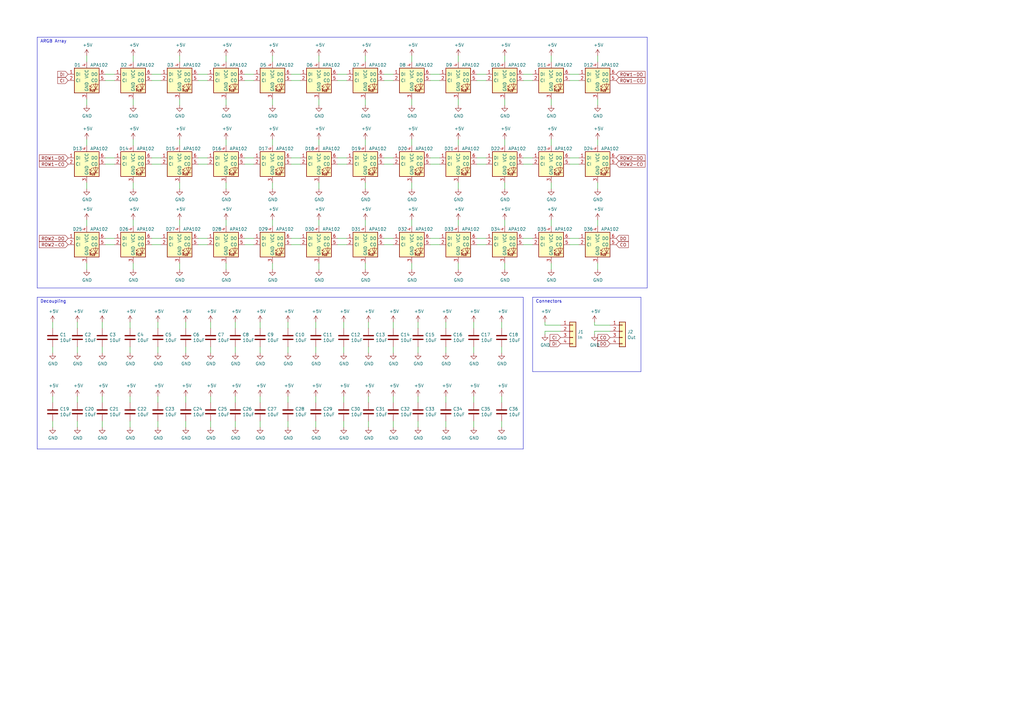
<source format=kicad_sch>
(kicad_sch (version 20230121) (generator eeschema)
  (paper "A3")
  (wire (pts (xy 35.56 40.64) (xy 35.56 43.18)))
  (wire (pts (xy 43.18 30.48) (xy 46.99 30.48)))
  (wire (pts (xy 195.58 64.77) (xy 199.39 64.77)))
  (wire (pts (xy 100.33 33.02) (xy 104.14 33.02)))
  (wire (pts (xy 76.2 162.56) (xy 76.2 165.1)))
  (wire (pts (xy 233.68 33.02) (xy 237.49 33.02)))
  (wire (pts (xy 111.76 22.86) (xy 111.76 25.4)))
  (wire (pts (xy 214.63 33.02) (xy 218.44 33.02)))
  (wire (pts (xy 195.58 67.31) (xy 199.39 67.31)))
  (wire (pts (xy 187.96 107.95) (xy 187.96 110.49)))
  (wire (pts (xy 233.68 30.48) (xy 237.49 30.48)))
  (wire (pts (xy 157.48 100.33) (xy 161.29 100.33)))
  (wire (pts (xy 31.75 162.56) (xy 31.75 165.1)))
  (wire (pts (xy 21.59 172.72) (xy 21.59 175.26)))
  (wire (pts (xy 168.91 25.4) (xy 168.91 22.86)))
  (wire (pts (xy 43.18 64.77) (xy 46.99 64.77)))
  (wire (pts (xy 92.71 74.93) (xy 92.71 77.47)))
  (wire (pts (xy 62.23 97.79) (xy 66.04 97.79)))
  (polyline (pts (xy 218.44 121.92) (xy 262.89 121.92)))
  (wire (pts (xy 130.81 110.49) (xy 130.81 107.95)))
  (wire (pts (xy 81.28 64.77) (xy 85.09 64.77)))
  (wire (pts (xy 53.34 142.24) (xy 53.34 144.78)))
  (wire (pts (xy 207.01 25.4) (xy 207.01 22.86)))
  (wire (pts (xy 157.48 33.02) (xy 161.29 33.02)))
  (wire (pts (xy 62.23 30.48) (xy 66.04 30.48)))
  (wire (pts (xy 138.43 30.48) (xy 142.24 30.48)))
  (wire (pts (xy 118.11 172.72) (xy 118.11 175.26)))
  (wire (pts (xy 207.01 74.93) (xy 207.01 77.47)))
  (wire (pts (xy 214.63 67.31) (xy 218.44 67.31)))
  (wire (pts (xy 76.2 142.24) (xy 76.2 144.78)))
  (wire (pts (xy 35.56 74.93) (xy 35.56 77.47)))
  (wire (pts (xy 31.75 142.24) (xy 31.75 144.78)))
  (wire (pts (xy 226.06 57.15) (xy 226.06 59.69)))
  (wire (pts (xy 171.45 134.62) (xy 171.45 132.08)))
  (wire (pts (xy 161.29 142.24) (xy 161.29 144.78)))
  (wire (pts (xy 43.18 97.79) (xy 46.99 97.79)))
  (wire (pts (xy 140.97 172.72) (xy 140.97 175.26)))
  (wire (pts (xy 168.91 107.95) (xy 168.91 110.49)))
  (wire (pts (xy 73.66 40.64) (xy 73.66 43.18)))
  (wire (pts (xy 54.61 25.4) (xy 54.61 22.86)))
  (wire (pts (xy 130.81 59.69) (xy 130.81 57.15)))
  (wire (pts (xy 149.86 22.86) (xy 149.86 25.4)))
  (wire (pts (xy 53.34 162.56) (xy 53.34 165.1)))
  (wire (pts (xy 182.88 162.56) (xy 182.88 165.1)))
  (wire (pts (xy 106.68 142.24) (xy 106.68 144.78)))
  (wire (pts (xy 100.33 67.31) (xy 104.14 67.31)))
  (wire (pts (xy 245.11 59.69) (xy 245.11 57.15)))
  (polyline (pts (xy 218.44 152.4) (xy 218.44 121.92)))
  (wire (pts (xy 151.13 162.56) (xy 151.13 165.1)))
  (wire (pts (xy 118.11 132.08) (xy 118.11 134.62)))
  (polyline (pts (xy 15.24 184.15) (xy 15.24 121.92)))
  (wire (pts (xy 226.06 74.93) (xy 226.06 77.47)))
  (wire (pts (xy 226.06 40.64) (xy 226.06 43.18)))
  (wire (pts (xy 245.11 77.47) (xy 245.11 74.93)))
  (wire (pts (xy 106.68 165.1) (xy 106.68 162.56)))
  (wire (pts (xy 43.18 33.02) (xy 46.99 33.02)))
  (wire (pts (xy 96.52 172.72) (xy 96.52 175.26)))
  (wire (pts (xy 111.76 90.17) (xy 111.76 92.71)))
  (wire (pts (xy 54.61 92.71) (xy 54.61 90.17)))
  (wire (pts (xy 171.45 142.24) (xy 171.45 144.78)))
  (wire (pts (xy 111.76 57.15) (xy 111.76 59.69)))
  (wire (pts (xy 176.53 64.77) (xy 180.34 64.77)))
  (wire (pts (xy 187.96 40.64) (xy 187.96 43.18)))
  (wire (pts (xy 35.56 22.86) (xy 35.56 25.4)))
  (wire (pts (xy 130.81 25.4) (xy 130.81 22.86)))
  (wire (pts (xy 81.28 97.79) (xy 85.09 97.79)))
  (wire (pts (xy 187.96 57.15) (xy 187.96 59.69)))
  (wire (pts (xy 96.52 132.08) (xy 96.52 134.62)))
  (wire (pts (xy 214.63 100.33) (xy 218.44 100.33)))
  (wire (pts (xy 223.52 135.89) (xy 223.52 137.16)))
  (wire (pts (xy 138.43 64.77) (xy 142.24 64.77)))
  (wire (pts (xy 205.74 172.72) (xy 205.74 175.26)))
  (wire (pts (xy 35.56 57.15) (xy 35.56 59.69)))
  (wire (pts (xy 194.31 162.56) (xy 194.31 165.1)))
  (wire (pts (xy 21.59 142.24) (xy 21.59 144.78)))
  (wire (pts (xy 226.06 90.17) (xy 226.06 92.71)))
  (wire (pts (xy 187.96 22.86) (xy 187.96 25.4)))
  (wire (pts (xy 149.86 57.15) (xy 149.86 59.69)))
  (wire (pts (xy 149.86 40.64) (xy 149.86 43.18)))
  (wire (pts (xy 86.36 132.08) (xy 86.36 134.62)))
  (wire (pts (xy 207.01 40.64) (xy 207.01 43.18)))
  (wire (pts (xy 157.48 30.48) (xy 161.29 30.48)))
  (wire (pts (xy 106.68 172.72) (xy 106.68 175.26)))
  (wire (pts (xy 245.11 43.18) (xy 245.11 40.64)))
  (wire (pts (xy 119.38 100.33) (xy 123.19 100.33)))
  (wire (pts (xy 245.11 92.71) (xy 245.11 90.17)))
  (wire (pts (xy 62.23 64.77) (xy 66.04 64.77)))
  (wire (pts (xy 138.43 100.33) (xy 142.24 100.33)))
  (wire (pts (xy 64.77 142.24) (xy 64.77 144.78)))
  (wire (pts (xy 243.84 135.89) (xy 243.84 137.16)))
  (wire (pts (xy 86.36 142.24) (xy 86.36 144.78)))
  (wire (pts (xy 81.28 30.48) (xy 85.09 30.48)))
  (wire (pts (xy 245.11 110.49) (xy 245.11 107.95)))
  (wire (pts (xy 214.63 64.77) (xy 218.44 64.77)))
  (wire (pts (xy 151.13 142.24) (xy 151.13 144.78)))
  (wire (pts (xy 73.66 74.93) (xy 73.66 77.47)))
  (wire (pts (xy 43.18 67.31) (xy 46.99 67.31)))
  (wire (pts (xy 195.58 97.79) (xy 199.39 97.79)))
  (wire (pts (xy 81.28 67.31) (xy 85.09 67.31)))
  (wire (pts (xy 187.96 90.17) (xy 187.96 92.71)))
  (wire (pts (xy 149.86 74.93) (xy 149.86 77.47)))
  (wire (pts (xy 64.77 172.72) (xy 64.77 175.26)))
  (wire (pts (xy 73.66 22.86) (xy 73.66 25.4)))
  (wire (pts (xy 205.74 132.08) (xy 205.74 134.62)))
  (polyline (pts (xy 15.24 118.11) (xy 15.24 15.24)))
  (wire (pts (xy 119.38 97.79) (xy 123.19 97.79)))
  (wire (pts (xy 129.54 142.24) (xy 129.54 144.78)))
  (wire (pts (xy 195.58 100.33) (xy 199.39 100.33)))
  (wire (pts (xy 76.2 172.72) (xy 76.2 175.26)))
  (wire (pts (xy 119.38 64.77) (xy 123.19 64.77)))
  (wire (pts (xy 31.75 132.08) (xy 31.75 134.62)))
  (wire (pts (xy 207.01 107.95) (xy 207.01 110.49)))
  (wire (pts (xy 92.71 40.64) (xy 92.71 43.18)))
  (wire (pts (xy 171.45 172.72) (xy 171.45 175.26)))
  (wire (pts (xy 157.48 67.31) (xy 161.29 67.31)))
  (wire (pts (xy 187.96 74.93) (xy 187.96 77.47)))
  (wire (pts (xy 140.97 142.24) (xy 140.97 144.78)))
  (wire (pts (xy 62.23 33.02) (xy 66.04 33.02)))
  (wire (pts (xy 96.52 162.56) (xy 96.52 165.1)))
  (wire (pts (xy 62.23 67.31) (xy 66.04 67.31)))
  (wire (pts (xy 100.33 100.33) (xy 104.14 100.33)))
  (wire (pts (xy 176.53 33.02) (xy 180.34 33.02)))
  (wire (pts (xy 176.53 97.79) (xy 180.34 97.79)))
  (polyline (pts (xy 265.43 118.11) (xy 15.24 118.11)))
  (polyline (pts (xy 214.63 184.15) (xy 15.24 184.15)))
  (wire (pts (xy 226.06 22.86) (xy 226.06 25.4)))
  (wire (pts (xy 161.29 132.08) (xy 161.29 134.62)))
  (wire (pts (xy 207.01 59.69) (xy 207.01 57.15)))
  (wire (pts (xy 157.48 64.77) (xy 161.29 64.77)))
  (wire (pts (xy 73.66 57.15) (xy 73.66 59.69)))
  (wire (pts (xy 168.91 40.64) (xy 168.91 43.18)))
  (wire (pts (xy 81.28 100.33) (xy 85.09 100.33)))
  (wire (pts (xy 111.76 74.93) (xy 111.76 77.47)))
  (wire (pts (xy 118.11 162.56) (xy 118.11 165.1)))
  (wire (pts (xy 86.36 162.56) (xy 86.36 165.1)))
  (wire (pts (xy 151.13 132.08) (xy 151.13 134.62)))
  (wire (pts (xy 92.71 25.4) (xy 92.71 22.86)))
  (polyline (pts (xy 15.24 121.92) (xy 214.63 121.92)))
  (wire (pts (xy 161.29 172.72) (xy 161.29 175.26)))
  (wire (pts (xy 140.97 132.08) (xy 140.97 134.62)))
  (wire (pts (xy 223.52 133.35) (xy 223.52 132.08)))
  (wire (pts (xy 233.68 97.79) (xy 237.49 97.79)))
  (wire (pts (xy 138.43 67.31) (xy 142.24 67.31)))
  (wire (pts (xy 119.38 30.48) (xy 123.19 30.48)))
  (wire (pts (xy 130.81 43.18) (xy 130.81 40.64)))
  (wire (pts (xy 111.76 107.95) (xy 111.76 110.49)))
  (wire (pts (xy 96.52 142.24) (xy 96.52 144.78)))
  (wire (pts (xy 43.18 100.33) (xy 46.99 100.33)))
  (wire (pts (xy 35.56 107.95) (xy 35.56 110.49)))
  (wire (pts (xy 245.11 25.4) (xy 245.11 22.86)))
  (polyline (pts (xy 214.63 121.92) (xy 214.63 184.15)))
  (wire (pts (xy 194.31 132.08) (xy 194.31 134.62)))
  (wire (pts (xy 138.43 97.79) (xy 142.24 97.79)))
  (wire (pts (xy 92.71 59.69) (xy 92.71 57.15)))
  (wire (pts (xy 81.28 33.02) (xy 85.09 33.02)))
  (wire (pts (xy 130.81 77.47) (xy 130.81 74.93)))
  (wire (pts (xy 41.91 172.72) (xy 41.91 175.26)))
  (wire (pts (xy 53.34 132.08) (xy 53.34 134.62)))
  (wire (pts (xy 157.48 97.79) (xy 161.29 97.79)))
  (wire (pts (xy 130.81 92.71) (xy 130.81 90.17)))
  (wire (pts (xy 73.66 107.95) (xy 73.66 110.49)))
  (wire (pts (xy 41.91 134.62) (xy 41.91 132.08)))
  (polyline (pts (xy 262.89 152.4) (xy 218.44 152.4)))
  (wire (pts (xy 73.66 90.17) (xy 73.66 92.71)))
  (wire (pts (xy 229.87 135.89) (xy 223.52 135.89)))
  (wire (pts (xy 129.54 172.72) (xy 129.54 175.26)))
  (wire (pts (xy 182.88 132.08) (xy 182.88 134.62)))
  (wire (pts (xy 161.29 162.56) (xy 161.29 165.1)))
  (wire (pts (xy 54.61 59.69) (xy 54.61 57.15)))
  (wire (pts (xy 31.75 172.72) (xy 31.75 175.26)))
  (wire (pts (xy 205.74 162.56) (xy 205.74 165.1)))
  (wire (pts (xy 76.2 132.08) (xy 76.2 134.62)))
  (polyline (pts (xy 265.43 15.24) (xy 265.43 118.11)))
  (wire (pts (xy 182.88 172.72) (xy 182.88 175.26)))
  (wire (pts (xy 250.19 135.89) (xy 243.84 135.89)))
  (wire (pts (xy 92.71 92.71) (xy 92.71 90.17)))
  (wire (pts (xy 41.91 165.1) (xy 41.91 162.56)))
  (wire (pts (xy 243.84 133.35) (xy 243.84 132.08)))
  (wire (pts (xy 226.06 107.95) (xy 226.06 110.49)))
  (wire (pts (xy 168.91 59.69) (xy 168.91 57.15)))
  (wire (pts (xy 138.43 33.02) (xy 142.24 33.02)))
  (wire (pts (xy 233.68 64.77) (xy 237.49 64.77)))
  (polyline (pts (xy 15.24 15.24) (xy 265.43 15.24)))
  (wire (pts (xy 168.91 92.71) (xy 168.91 90.17)))
  (wire (pts (xy 54.61 40.64) (xy 54.61 43.18)))
  (wire (pts (xy 250.19 133.35) (xy 243.84 133.35)))
  (wire (pts (xy 151.13 172.72) (xy 151.13 175.26)))
  (wire (pts (xy 182.88 142.24) (xy 182.88 144.78)))
  (wire (pts (xy 194.31 142.24) (xy 194.31 144.78)))
  (wire (pts (xy 140.97 162.56) (xy 140.97 165.1)))
  (wire (pts (xy 100.33 97.79) (xy 104.14 97.79)))
  (wire (pts (xy 214.63 97.79) (xy 218.44 97.79)))
  (wire (pts (xy 53.34 172.72) (xy 53.34 175.26)))
  (wire (pts (xy 100.33 30.48) (xy 104.14 30.48)))
  (wire (pts (xy 229.87 133.35) (xy 223.52 133.35)))
  (wire (pts (xy 176.53 30.48) (xy 180.34 30.48)))
  (wire (pts (xy 92.71 107.95) (xy 92.71 110.49)))
  (wire (pts (xy 207.01 92.71) (xy 207.01 90.17)))
  (wire (pts (xy 214.63 30.48) (xy 218.44 30.48)))
  (wire (pts (xy 54.61 74.93) (xy 54.61 77.47)))
  (wire (pts (xy 176.53 67.31) (xy 180.34 67.31)))
  (wire (pts (xy 149.86 90.17) (xy 149.86 92.71)))
  (wire (pts (xy 54.61 107.95) (xy 54.61 110.49)))
  (wire (pts (xy 86.36 172.72) (xy 86.36 175.26)))
  (wire (pts (xy 119.38 67.31) (xy 123.19 67.31)))
  (wire (pts (xy 233.68 100.33) (xy 237.49 100.33)))
  (wire (pts (xy 195.58 33.02) (xy 199.39 33.02)))
  (wire (pts (xy 129.54 162.56) (xy 129.54 165.1)))
  (wire (pts (xy 176.53 100.33) (xy 180.34 100.33)))
  (wire (pts (xy 21.59 162.56) (xy 21.59 165.1)))
  (wire (pts (xy 171.45 165.1) (xy 171.45 162.56)))
  (wire (pts (xy 41.91 142.24) (xy 41.91 144.78)))
  (wire (pts (xy 119.38 33.02) (xy 123.19 33.02)))
  (wire (pts (xy 233.68 67.31) (xy 237.49 67.31)))
  (wire (pts (xy 149.86 107.95) (xy 149.86 110.49)))
  (wire (pts (xy 64.77 132.08) (xy 64.77 134.62)))
  (wire (pts (xy 129.54 132.08) (xy 129.54 134.62)))
  (wire (pts (xy 100.33 64.77) (xy 104.14 64.77)))
  (wire (pts (xy 195.58 30.48) (xy 199.39 30.48)))
  (wire (pts (xy 111.76 40.64) (xy 111.76 43.18)))
  (polyline (pts (xy 262.89 121.92) (xy 262.89 152.4)))
  (wire (pts (xy 64.77 162.56) (xy 64.77 165.1)))
  (wire (pts (xy 106.68 134.62) (xy 106.68 132.08)))
  (wire (pts (xy 35.56 90.17) (xy 35.56 92.71)))
  (wire (pts (xy 205.74 142.24) (xy 205.74 144.78)))
  (wire (pts (xy 118.11 142.24) (xy 118.11 144.78)))
  (wire (pts (xy 21.59 132.08) (xy 21.59 134.62)))
  (wire (pts (xy 168.91 74.93) (xy 168.91 77.47)))
  (wire (pts (xy 194.31 172.72) (xy 194.31 175.26)))
  (wire (pts (xy 62.23 100.33) (xy 66.04 100.33)))
  (text "Connectors" (at 219.71 124.46 0) (effects (font (size 1.27 1.27)) (justify left bottom)))
  (text "ARGB Array" (at 16.51 17.78 0) (effects (font (size 1.27 1.27)) (justify left bottom)))
  (text "Decoupling" (at 16.51 124.46 0) (effects (font (size 1.27 1.27)) (justify left bottom)))
  (global_label "DO" (shape input) (at 250.19 140.97 180) (property "Intersheetrefs" "${INTERSHEET_REFS}" (effects hide)))
  (global_label "DI" (shape input) (at 229.87 140.97 180) (property "Intersheetrefs" "${INTERSHEET_REFS}" (effects hide)))
  (global_label "ROW1-DO" (shape input) (at 27.94 64.77 180) (property "Intersheetrefs" "${INTERSHEET_REFS}" (effects hide)))
  (global_label "ROW2-DO" (shape input) (at 27.94 97.79 180) (property "Intersheetrefs" "${INTERSHEET_REFS}" (effects hide)))
  (global_label "CI" (shape input) (at 27.94 33.02 180) (property "Intersheetrefs" "${INTERSHEET_REFS}" (effects hide)))
  (global_label "CO" (shape input) (at 252.73 100.33 0) (property "Intersheetrefs" "${INTERSHEET_REFS}" (effects hide)))
  (global_label "ROW1-DO" (shape input) (at 252.73 30.48 0) (property "Intersheetrefs" "${INTERSHEET_REFS}" (effects hide)))
  (global_label "ROW2-DO" (shape input) (at 252.73 64.77 0) (property "Intersheetrefs" "${INTERSHEET_REFS}" (effects hide)))
  (global_label "ROW1-CO" (shape input) (at 27.94 67.31 180) (property "Intersheetrefs" "${INTERSHEET_REFS}" (effects hide)))
  (global_label "CO" (shape input) (at 250.19 138.43 180) (property "Intersheetrefs" "${INTERSHEET_REFS}" (effects hide)))
  (global_label "ROW1-CO" (shape input) (at 252.73 33.02 0) (property "Intersheetrefs" "${INTERSHEET_REFS}" (effects hide)))
  (global_label "CI" (shape input) (at 229.87 138.43 180) (property "Intersheetrefs" "${INTERSHEET_REFS}" (effects hide)))
  (global_label "ROW2-CO" (shape input) (at 252.73 67.31 0) (property "Intersheetrefs" "${INTERSHEET_REFS}" (effects hide)))
  (global_label "DI" (shape input) (at 27.94 30.48 180) (property "Intersheetrefs" "${INTERSHEET_REFS}" (effects hide)))
  (global_label "ROW2-CO" (shape input) (at 27.94 100.33 180) (property "Intersheetrefs" "${INTERSHEET_REFS}" (effects hide)))
  (global_label "DO" (shape input) (at 252.73 97.79 0) (property "Intersheetrefs" "${INTERSHEET_REFS}" (effects hide)))
  (symbol (lib_id "LED:APA102") (at 35.56 33.02 0) (unit 1)
    (property "Reference" "D1" (at 31.75 26.67 0))
    (property "Value" "APA102" (at 40.64 26.67 0))
    (property "Footprint" "LED_SMD:LED_RGB_5050-6" (effects hide))
    (property "Datasheet" "http://www.led-color.com/upload/201506/APA102%20LED.pdf" (effects hide))
  )
  (symbol (lib_id "LED:APA102") (at 54.61 33.02 0) (unit 1)
    (property "Reference" "D2" (at 50.8 26.67 0))
    (property "Value" "APA102" (at 59.69 26.67 0))
    (property "Footprint" "LED_SMD:LED_RGB_5050-6" (effects hide))
    (property "Datasheet" "http://www.led-color.com/upload/201506/APA102%20LED.pdf" (effects hide))
  )
  (symbol (lib_id "LED:APA102") (at 73.66 33.02 0) (unit 1)
    (property "Reference" "D3" (at 69.85 26.67 0))
    (property "Value" "APA102" (at 78.74 26.67 0))
    (property "Footprint" "LED_SMD:LED_RGB_5050-6" (effects hide))
    (property "Datasheet" "http://www.led-color.com/upload/201506/APA102%20LED.pdf" (effects hide))
  )
  (symbol (lib_id "LED:APA102") (at 92.71 33.02 0) (unit 1)
    (property "Reference" "D4" (at 88.9 26.67 0))
    (property "Value" "APA102" (at 97.79 26.67 0))
    (property "Footprint" "LED_SMD:LED_RGB_5050-6" (effects hide))
    (property "Datasheet" "http://www.led-color.com/upload/201506/APA102%20LED.pdf" (effects hide))
  )
  (symbol (lib_id "LED:APA102") (at 111.76 33.02 0) (unit 1)
    (property "Reference" "D5" (at 107.95 26.67 0))
    (property "Value" "APA102" (at 116.84 26.67 0))
    (property "Footprint" "LED_SMD:LED_RGB_5050-6" (effects hide))
    (property "Datasheet" "http://www.led-color.com/upload/201506/APA102%20LED.pdf" (effects hide))
  )
  (symbol (lib_id "LED:APA102") (at 130.81 33.02 0) (unit 1)
    (property "Reference" "D6" (at 127 26.67 0))
    (property "Value" "APA102" (at 135.89 26.67 0))
    (property "Footprint" "LED_SMD:LED_RGB_5050-6" (effects hide))
    (property "Datasheet" "http://www.led-color.com/upload/201506/APA102%20LED.pdf" (effects hide))
  )
  (symbol (lib_id "Device:C") (at 21.59 138.43 0) (unit 1)
    (property "Reference" "C1" (at 24.511 137.2616 0) (effects (justify left)))
    (property "Value" "10uF" (at 24.511 139.573 0) (effects (justify left)))
    (property "Footprint" "Capacitor_SMD:C_0805_2012Metric" (effects hide))
  )
  (symbol (lib_id "Device:C") (at 31.75 138.43 0) (unit 1)
    (property "Reference" "C2" (at 34.671 137.2616 0) (effects (justify left)))
    (property "Value" "10uF" (at 34.671 139.573 0) (effects (justify left)))
    (property "Footprint" "Capacitor_SMD:C_0805_2012Metric" (effects hide))
  )
  (symbol (lib_id "Device:C") (at 41.91 138.43 0) (unit 1)
    (property "Reference" "C3" (at 44.831 137.2616 0) (effects (justify left)))
    (property "Value" "10uF" (at 44.831 139.573 0) (effects (justify left)))
    (property "Footprint" "Capacitor_SMD:C_0805_2012Metric" (effects hide))
  )
  (symbol (lib_id "Device:C") (at 53.34 138.43 0) (unit 1)
    (property "Reference" "C4" (at 56.261 137.2616 0) (effects (justify left)))
    (property "Value" "10uF" (at 56.261 139.573 0) (effects (justify left)))
    (property "Footprint" "Capacitor_SMD:C_0805_2012Metric" (effects hide))
  )
  (symbol (lib_id "Device:C") (at 64.77 138.43 0) (unit 1)
    (property "Reference" "C5" (at 67.691 137.2616 0) (effects (justify left)))
    (property "Value" "10uF" (at 67.691 139.573 0) (effects (justify left)))
    (property "Footprint" "Capacitor_SMD:C_0805_2012Metric" (effects hide))
  )
  (symbol (lib_id "Device:C") (at 76.2 138.43 0) (unit 1)
    (property "Reference" "C6" (at 79.121 137.2616 0) (effects (justify left)))
    (property "Value" "10uF" (at 79.121 139.573 0) (effects (justify left)))
    (property "Footprint" "Capacitor_SMD:C_0805_2012Metric" (effects hide))
  )
  (symbol (lib_id "power:GND") (at 21.59 144.78 0) (unit 1)
    (property "Reference" "#PWR095" (effects hide))
    (property "Value" "GND" (at 21.717 149.1742 0))
  )
  (symbol (lib_id "power:GND") (at 31.75 144.78 0) (unit 1)
    (property "Reference" "#PWR096" (effects hide))
    (property "Value" "GND" (at 31.877 149.1742 0))
  )
  (symbol (lib_id "power:GND") (at 41.91 144.78 0) (unit 1)
    (property "Reference" "#PWR097" (effects hide))
    (property "Value" "GND" (at 42.037 149.1742 0))
  )
  (symbol (lib_id "power:GND") (at 53.34 144.78 0) (unit 1)
    (property "Reference" "#PWR098" (effects hide))
    (property "Value" "GND" (at 53.467 149.1742 0))
  )
  (symbol (lib_id "power:GND") (at 64.77 144.78 0) (unit 1)
    (property "Reference" "#PWR099" (effects hide))
    (property "Value" "GND" (at 64.897 149.1742 0))
  )
  (symbol (lib_id "power:GND") (at 76.2 144.78 0) (unit 1)
    (property "Reference" "#PWR0100" (effects hide))
    (property "Value" "GND" (at 76.327 149.1742 0))
  )
  (symbol (lib_id "power:GND") (at 35.56 43.18 0) (unit 1)
    (property "Reference" "#PWR013" (effects hide))
    (property "Value" "GND" (at 35.687 47.5742 0))
  )
  (symbol (lib_id "power:GND") (at 54.61 43.18 0) (unit 1)
    (property "Reference" "#PWR014" (effects hide))
    (property "Value" "GND" (at 54.737 47.5742 0))
  )
  (symbol (lib_id "power:GND") (at 73.66 43.18 0) (unit 1)
    (property "Reference" "#PWR015" (effects hide))
    (property "Value" "GND" (at 73.787 47.5742 0))
  )
  (symbol (lib_id "power:GND") (at 92.71 43.18 0) (unit 1)
    (property "Reference" "#PWR016" (effects hide))
    (property "Value" "GND" (at 92.837 47.5742 0))
  )
  (symbol (lib_id "power:GND") (at 111.76 43.18 0) (unit 1)
    (property "Reference" "#PWR017" (effects hide))
    (property "Value" "GND" (at 111.887 47.5742 0))
  )
  (symbol (lib_id "power:GND") (at 130.81 43.18 0) (unit 1)
    (property "Reference" "#PWR018" (effects hide))
    (property "Value" "GND" (at 130.937 47.5742 0))
  )
  (symbol (lib_id "power:+5V") (at 21.59 132.08 0) (unit 1)
    (property "Reference" "#PWR073" (effects hide))
    (property "Value" "+5V" (at 21.971 127.6858 0))
  )
  (symbol (lib_id "power:+5V") (at 31.75 132.08 0) (unit 1)
    (property "Reference" "#PWR074" (effects hide))
    (property "Value" "+5V" (at 32.131 127.6858 0))
  )
  (symbol (lib_id "power:+5V") (at 41.91 132.08 0) (unit 1)
    (property "Reference" "#PWR075" (effects hide))
    (property "Value" "+5V" (at 42.291 127.6858 0))
  )
  (symbol (lib_id "power:+5V") (at 53.34 132.08 0) (unit 1)
    (property "Reference" "#PWR076" (effects hide))
    (property "Value" "+5V" (at 53.721 127.6858 0))
  )
  (symbol (lib_id "power:+5V") (at 64.77 132.08 0) (unit 1)
    (property "Reference" "#PWR077" (effects hide))
    (property "Value" "+5V" (at 65.151 127.6858 0))
  )
  (symbol (lib_id "power:+5V") (at 76.2 132.08 0) (unit 1)
    (property "Reference" "#PWR078" (effects hide))
    (property "Value" "+5V" (at 76.581 127.6858 0))
  )
  (symbol (lib_id "power:+5V") (at 35.56 22.86 0) (unit 1)
    (property "Reference" "#PWR01" (effects hide))
    (property "Value" "+5V" (at 35.941 18.4658 0))
  )
  (symbol (lib_id "power:+5V") (at 54.61 22.86 0) (unit 1)
    (property "Reference" "#PWR02" (effects hide))
    (property "Value" "+5V" (at 54.991 18.4658 0))
  )
  (symbol (lib_id "power:+5V") (at 73.66 22.86 0) (unit 1)
    (property "Reference" "#PWR03" (effects hide))
    (property "Value" "+5V" (at 74.041 18.4658 0))
  )
  (symbol (lib_id "power:+5V") (at 92.71 22.86 0) (unit 1)
    (property "Reference" "#PWR04" (effects hide))
    (property "Value" "+5V" (at 93.091 18.4658 0))
  )
  (symbol (lib_id "power:+5V") (at 111.76 22.86 0) (unit 1)
    (property "Reference" "#PWR05" (effects hide))
    (property "Value" "+5V" (at 112.141 18.4658 0))
  )
  (symbol (lib_id "power:+5V") (at 130.81 22.86 0) (unit 1)
    (property "Reference" "#PWR06" (effects hide))
    (property "Value" "+5V" (at 131.191 18.4658 0))
  )
  (symbol (lib_id "Connector_Generic:Conn_01x04") (at 234.95 135.89 0) (unit 1)
    (property "Reference" "J1" (at 236.982 136.0932 0) (effects (justify left)))
    (property "Value" "In" (at 236.982 138.4046 0) (effects (justify left)))
    (property "Footprint" "Connector_JST:JST_PH_B4B-PH-SM4-TB_1x04-1MP_P2.00mm_Vertical" (effects hide))
  )
  (symbol (lib_id "Connector_Generic:Conn_01x04") (at 255.27 135.89 0) (unit 1)
    (property "Reference" "J2" (at 257.302 136.0932 0) (effects (justify left)))
    (property "Value" "Out" (at 257.302 138.4046 0) (effects (justify left)))
    (property "Footprint" "Connector_JST:JST_PH_B4B-PH-SM4-TB_1x04-1MP_P2.00mm_Vertical" (effects hide))
  )
  (symbol (lib_id "power:GND") (at 223.52 137.16 0) (unit 1)
    (property "Reference" "#PWR093" (effects hide))
    (property "Value" "GND" (at 223.647 141.5542 0))
  )
  (symbol (lib_id "power:GND") (at 243.84 137.16 0) (unit 1)
    (property "Reference" "#PWR094" (effects hide))
    (property "Value" "GND" (at 243.967 141.5542 0))
  )
  (symbol (lib_id "power:+5V") (at 223.52 132.08 0) (unit 1)
    (property "Reference" "#PWR091" (effects hide))
    (property "Value" "+5V" (at 223.901 127.6858 0))
  )
  (symbol (lib_id "power:+5V") (at 243.84 132.08 0) (unit 1)
    (property "Reference" "#PWR092" (effects hide))
    (property "Value" "+5V" (at 244.221 127.6858 0))
  )
  (symbol (lib_id "LED:APA102") (at 149.86 33.02 0) (unit 1)
    (property "Reference" "D7" (at 146.05 26.67 0))
    (property "Value" "APA102" (at 154.94 26.67 0))
    (property "Footprint" "LED_SMD:LED_RGB_5050-6" (effects hide))
    (property "Datasheet" "http://www.led-color.com/upload/201506/APA102%20LED.pdf" (effects hide))
  )
  (symbol (lib_id "LED:APA102") (at 168.91 33.02 0) (unit 1)
    (property "Reference" "D8" (at 165.1 26.67 0))
    (property "Value" "APA102" (at 173.99 26.67 0))
    (property "Footprint" "LED_SMD:LED_RGB_5050-6" (effects hide))
    (property "Datasheet" "http://www.led-color.com/upload/201506/APA102%20LED.pdf" (effects hide))
  )
  (symbol (lib_id "LED:APA102") (at 187.96 33.02 0) (unit 1)
    (property "Reference" "D9" (at 184.15 26.67 0))
    (property "Value" "APA102" (at 193.04 26.67 0))
    (property "Footprint" "LED_SMD:LED_RGB_5050-6" (effects hide))
    (property "Datasheet" "http://www.led-color.com/upload/201506/APA102%20LED.pdf" (effects hide))
  )
  (symbol (lib_id "LED:APA102") (at 207.01 33.02 0) (unit 1)
    (property "Reference" "D10" (at 203.2 26.67 0))
    (property "Value" "APA102" (at 212.09 26.67 0))
    (property "Footprint" "LED_SMD:LED_RGB_5050-6" (effects hide))
    (property "Datasheet" "http://www.led-color.com/upload/201506/APA102%20LED.pdf" (effects hide))
  )
  (symbol (lib_id "LED:APA102") (at 226.06 33.02 0) (unit 1)
    (property "Reference" "D11" (at 222.25 26.67 0))
    (property "Value" "APA102" (at 231.14 26.67 0))
    (property "Footprint" "LED_SMD:LED_RGB_5050-6" (effects hide))
    (property "Datasheet" "http://www.led-color.com/upload/201506/APA102%20LED.pdf" (effects hide))
  )
  (symbol (lib_id "LED:APA102") (at 245.11 33.02 0) (unit 1)
    (property "Reference" "D12" (at 241.3 26.67 0))
    (property "Value" "APA102" (at 250.19 26.67 0))
    (property "Footprint" "LED_SMD:LED_RGB_5050-6" (effects hide))
    (property "Datasheet" "http://www.led-color.com/upload/201506/APA102%20LED.pdf" (effects hide))
  )
  (symbol (lib_id "power:GND") (at 149.86 43.18 0) (unit 1)
    (property "Reference" "#PWR019" (effects hide))
    (property "Value" "GND" (at 149.987 47.5742 0))
  )
  (symbol (lib_id "power:GND") (at 168.91 43.18 0) (unit 1)
    (property "Reference" "#PWR020" (effects hide))
    (property "Value" "GND" (at 169.037 47.5742 0))
  )
  (symbol (lib_id "power:GND") (at 187.96 43.18 0) (unit 1)
    (property "Reference" "#PWR021" (effects hide))
    (property "Value" "GND" (at 188.087 47.5742 0))
  )
  (symbol (lib_id "power:GND") (at 207.01 43.18 0) (unit 1)
    (property "Reference" "#PWR022" (effects hide))
    (property "Value" "GND" (at 207.137 47.5742 0))
  )
  (symbol (lib_id "power:GND") (at 226.06 43.18 0) (unit 1)
    (property "Reference" "#PWR023" (effects hide))
    (property "Value" "GND" (at 226.187 47.5742 0))
  )
  (symbol (lib_id "power:GND") (at 245.11 43.18 0) (unit 1)
    (property "Reference" "#PWR024" (effects hide))
    (property "Value" "GND" (at 245.237 47.5742 0))
  )
  (symbol (lib_id "power:+5V") (at 149.86 22.86 0) (unit 1)
    (property "Reference" "#PWR07" (effects hide))
    (property "Value" "+5V" (at 150.241 18.4658 0))
  )
  (symbol (lib_id "power:+5V") (at 168.91 22.86 0) (unit 1)
    (property "Reference" "#PWR08" (effects hide))
    (property "Value" "+5V" (at 169.291 18.4658 0))
  )
  (symbol (lib_id "power:+5V") (at 187.96 22.86 0) (unit 1)
    (property "Reference" "#PWR09" (effects hide))
    (property "Value" "+5V" (at 188.341 18.4658 0))
  )
  (symbol (lib_id "power:+5V") (at 207.01 22.86 0) (unit 1)
    (property "Reference" "#PWR010" (effects hide))
    (property "Value" "+5V" (at 207.391 18.4658 0))
  )
  (symbol (lib_id "power:+5V") (at 226.06 22.86 0) (unit 1)
    (property "Reference" "#PWR011" (effects hide))
    (property "Value" "+5V" (at 226.441 18.4658 0))
  )
  (symbol (lib_id "power:+5V") (at 245.11 22.86 0) (unit 1)
    (property "Reference" "#PWR012" (effects hide))
    (property "Value" "+5V" (at 245.491 18.4658 0))
  )
  (symbol (lib_id "LED:APA102") (at 35.56 67.31 0) (unit 1)
    (property "Reference" "D13" (at 31.75 60.96 0))
    (property "Value" "APA102" (at 40.64 60.96 0))
    (property "Footprint" "LED_SMD:LED_RGB_5050-6" (effects hide))
    (property "Datasheet" "http://www.led-color.com/upload/201506/APA102%20LED.pdf" (effects hide))
  )
  (symbol (lib_id "LED:APA102") (at 54.61 67.31 0) (unit 1)
    (property "Reference" "D14" (at 50.8 60.96 0))
    (property "Value" "APA102" (at 59.69 60.96 0))
    (property "Footprint" "LED_SMD:LED_RGB_5050-6" (effects hide))
    (property "Datasheet" "http://www.led-color.com/upload/201506/APA102%20LED.pdf" (effects hide))
  )
  (symbol (lib_id "LED:APA102") (at 73.66 67.31 0) (unit 1)
    (property "Reference" "D15" (at 69.85 60.96 0))
    (property "Value" "APA102" (at 78.74 60.96 0))
    (property "Footprint" "LED_SMD:LED_RGB_5050-6" (effects hide))
    (property "Datasheet" "http://www.led-color.com/upload/201506/APA102%20LED.pdf" (effects hide))
  )
  (symbol (lib_id "LED:APA102") (at 92.71 67.31 0) (unit 1)
    (property "Reference" "D16" (at 88.9 60.96 0))
    (property "Value" "APA102" (at 97.79 60.96 0))
    (property "Footprint" "LED_SMD:LED_RGB_5050-6" (effects hide))
    (property "Datasheet" "http://www.led-color.com/upload/201506/APA102%20LED.pdf" (effects hide))
  )
  (symbol (lib_id "LED:APA102") (at 111.76 67.31 0) (unit 1)
    (property "Reference" "D17" (at 107.95 60.96 0))
    (property "Value" "APA102" (at 116.84 60.96 0))
    (property "Footprint" "LED_SMD:LED_RGB_5050-6" (effects hide))
    (property "Datasheet" "http://www.led-color.com/upload/201506/APA102%20LED.pdf" (effects hide))
  )
  (symbol (lib_id "LED:APA102") (at 130.81 67.31 0) (unit 1)
    (property "Reference" "D18" (at 127 60.96 0))
    (property "Value" "APA102" (at 135.89 60.96 0))
    (property "Footprint" "LED_SMD:LED_RGB_5050-6" (effects hide))
    (property "Datasheet" "http://www.led-color.com/upload/201506/APA102%20LED.pdf" (effects hide))
  )
  (symbol (lib_id "power:GND") (at 35.56 77.47 0) (unit 1)
    (property "Reference" "#PWR037" (effects hide))
    (property "Value" "GND" (at 35.687 81.8642 0))
  )
  (symbol (lib_id "power:GND") (at 54.61 77.47 0) (unit 1)
    (property "Reference" "#PWR038" (effects hide))
    (property "Value" "GND" (at 54.737 81.8642 0))
  )
  (symbol (lib_id "power:GND") (at 73.66 77.47 0) (unit 1)
    (property "Reference" "#PWR039" (effects hide))
    (property "Value" "GND" (at 73.787 81.8642 0))
  )
  (symbol (lib_id "power:GND") (at 92.71 77.47 0) (unit 1)
    (property "Reference" "#PWR040" (effects hide))
    (property "Value" "GND" (at 92.837 81.8642 0))
  )
  (symbol (lib_id "power:GND") (at 111.76 77.47 0) (unit 1)
    (property "Reference" "#PWR041" (effects hide))
    (property "Value" "GND" (at 111.887 81.8642 0))
  )
  (symbol (lib_id "power:GND") (at 130.81 77.47 0) (unit 1)
    (property "Reference" "#PWR042" (effects hide))
    (property "Value" "GND" (at 130.937 81.8642 0))
  )
  (symbol (lib_id "power:+5V") (at 35.56 57.15 0) (unit 1)
    (property "Reference" "#PWR025" (effects hide))
    (property "Value" "+5V" (at 35.941 52.7558 0))
  )
  (symbol (lib_id "power:+5V") (at 54.61 57.15 0) (unit 1)
    (property "Reference" "#PWR026" (effects hide))
    (property "Value" "+5V" (at 54.991 52.7558 0))
  )
  (symbol (lib_id "power:+5V") (at 73.66 57.15 0) (unit 1)
    (property "Reference" "#PWR027" (effects hide))
    (property "Value" "+5V" (at 74.041 52.7558 0))
  )
  (symbol (lib_id "power:+5V") (at 92.71 57.15 0) (unit 1)
    (property "Reference" "#PWR028" (effects hide))
    (property "Value" "+5V" (at 93.091 52.7558 0))
  )
  (symbol (lib_id "power:+5V") (at 111.76 57.15 0) (unit 1)
    (property "Reference" "#PWR029" (effects hide))
    (property "Value" "+5V" (at 112.141 52.7558 0))
  )
  (symbol (lib_id "power:+5V") (at 130.81 57.15 0) (unit 1)
    (property "Reference" "#PWR030" (effects hide))
    (property "Value" "+5V" (at 131.191 52.7558 0))
  )
  (symbol (lib_id "LED:APA102") (at 149.86 67.31 0) (unit 1)
    (property "Reference" "D19" (at 146.05 60.96 0))
    (property "Value" "APA102" (at 154.94 60.96 0))
    (property "Footprint" "LED_SMD:LED_RGB_5050-6" (effects hide))
    (property "Datasheet" "http://www.led-color.com/upload/201506/APA102%20LED.pdf" (effects hide))
  )
  (symbol (lib_id "LED:APA102") (at 168.91 67.31 0) (unit 1)
    (property "Reference" "D20" (at 165.1 60.96 0))
    (property "Value" "APA102" (at 173.99 60.96 0))
    (property "Footprint" "LED_SMD:LED_RGB_5050-6" (effects hide))
    (property "Datasheet" "http://www.led-color.com/upload/201506/APA102%20LED.pdf" (effects hide))
  )
  (symbol (lib_id "LED:APA102") (at 187.96 67.31 0) (unit 1)
    (property "Reference" "D21" (at 184.15 60.96 0))
    (property "Value" "APA102" (at 193.04 60.96 0))
    (property "Footprint" "LED_SMD:LED_RGB_5050-6" (effects hide))
    (property "Datasheet" "http://www.led-color.com/upload/201506/APA102%20LED.pdf" (effects hide))
  )
  (symbol (lib_id "LED:APA102") (at 207.01 67.31 0) (unit 1)
    (property "Reference" "D22" (at 203.2 60.96 0))
    (property "Value" "APA102" (at 212.09 60.96 0))
    (property "Footprint" "LED_SMD:LED_RGB_5050-6" (effects hide))
    (property "Datasheet" "http://www.led-color.com/upload/201506/APA102%20LED.pdf" (effects hide))
  )
  (symbol (lib_id "LED:APA102") (at 226.06 67.31 0) (unit 1)
    (property "Reference" "D23" (at 222.25 60.96 0))
    (property "Value" "APA102" (at 231.14 60.96 0))
    (property "Footprint" "LED_SMD:LED_RGB_5050-6" (effects hide))
    (property "Datasheet" "http://www.led-color.com/upload/201506/APA102%20LED.pdf" (effects hide))
  )
  (symbol (lib_id "LED:APA102") (at 245.11 67.31 0) (unit 1)
    (property "Reference" "D24" (at 241.3 60.96 0))
    (property "Value" "APA102" (at 250.19 60.96 0))
    (property "Footprint" "LED_SMD:LED_RGB_5050-6" (effects hide))
    (property "Datasheet" "http://www.led-color.com/upload/201506/APA102%20LED.pdf" (effects hide))
  )
  (symbol (lib_id "power:GND") (at 149.86 77.47 0) (unit 1)
    (property "Reference" "#PWR043" (effects hide))
    (property "Value" "GND" (at 149.987 81.8642 0))
  )
  (symbol (lib_id "power:GND") (at 168.91 77.47 0) (unit 1)
    (property "Reference" "#PWR044" (effects hide))
    (property "Value" "GND" (at 169.037 81.8642 0))
  )
  (symbol (lib_id "power:GND") (at 187.96 77.47 0) (unit 1)
    (property "Reference" "#PWR045" (effects hide))
    (property "Value" "GND" (at 188.087 81.8642 0))
  )
  (symbol (lib_id "power:GND") (at 207.01 77.47 0) (unit 1)
    (property "Reference" "#PWR046" (effects hide))
    (property "Value" "GND" (at 207.137 81.8642 0))
  )
  (symbol (lib_id "power:GND") (at 226.06 77.47 0) (unit 1)
    (property "Reference" "#PWR047" (effects hide))
    (property "Value" "GND" (at 226.187 81.8642 0))
  )
  (symbol (lib_id "power:GND") (at 245.11 77.47 0) (unit 1)
    (property "Reference" "#PWR048" (effects hide))
    (property "Value" "GND" (at 245.237 81.8642 0))
  )
  (symbol (lib_id "power:+5V") (at 149.86 57.15 0) (unit 1)
    (property "Reference" "#PWR031" (effects hide))
    (property "Value" "+5V" (at 150.241 52.7558 0))
  )
  (symbol (lib_id "power:+5V") (at 168.91 57.15 0) (unit 1)
    (property "Reference" "#PWR032" (effects hide))
    (property "Value" "+5V" (at 169.291 52.7558 0))
  )
  (symbol (lib_id "power:+5V") (at 187.96 57.15 0) (unit 1)
    (property "Reference" "#PWR033" (effects hide))
    (property "Value" "+5V" (at 188.341 52.7558 0))
  )
  (symbol (lib_id "power:+5V") (at 207.01 57.15 0) (unit 1)
    (property "Reference" "#PWR034" (effects hide))
    (property "Value" "+5V" (at 207.391 52.7558 0))
  )
  (symbol (lib_id "power:+5V") (at 226.06 57.15 0) (unit 1)
    (property "Reference" "#PWR035" (effects hide))
    (property "Value" "+5V" (at 226.441 52.7558 0))
  )
  (symbol (lib_id "power:+5V") (at 245.11 57.15 0) (unit 1)
    (property "Reference" "#PWR036" (effects hide))
    (property "Value" "+5V" (at 245.491 52.7558 0))
  )
  (symbol (lib_id "LED:APA102") (at 35.56 100.33 0) (unit 1)
    (property "Reference" "D25" (at 31.75 93.98 0))
    (property "Value" "APA102" (at 40.64 93.98 0))
    (property "Footprint" "LED_SMD:LED_RGB_5050-6" (effects hide))
    (property "Datasheet" "http://www.led-color.com/upload/201506/APA102%20LED.pdf" (effects hide))
  )
  (symbol (lib_id "LED:APA102") (at 54.61 100.33 0) (unit 1)
    (property "Reference" "D26" (at 50.8 93.98 0))
    (property "Value" "APA102" (at 59.69 93.98 0))
    (property "Footprint" "LED_SMD:LED_RGB_5050-6" (effects hide))
    (property "Datasheet" "http://www.led-color.com/upload/201506/APA102%20LED.pdf" (effects hide))
  )
  (symbol (lib_id "LED:APA102") (at 73.66 100.33 0) (unit 1)
    (property "Reference" "D27" (at 69.85 93.98 0))
    (property "Value" "APA102" (at 78.74 93.98 0))
    (property "Footprint" "LED_SMD:LED_RGB_5050-6" (effects hide))
    (property "Datasheet" "http://www.led-color.com/upload/201506/APA102%20LED.pdf" (effects hide))
  )
  (symbol (lib_id "LED:APA102") (at 92.71 100.33 0) (unit 1)
    (property "Reference" "D28" (at 88.9 93.98 0))
    (property "Value" "APA102" (at 97.79 93.98 0))
    (property "Footprint" "LED_SMD:LED_RGB_5050-6" (effects hide))
    (property "Datasheet" "http://www.led-color.com/upload/201506/APA102%20LED.pdf" (effects hide))
  )
  (symbol (lib_id "LED:APA102") (at 111.76 100.33 0) (unit 1)
    (property "Reference" "D29" (at 107.95 93.98 0))
    (property "Value" "APA102" (at 116.84 93.98 0))
    (property "Footprint" "LED_SMD:LED_RGB_5050-6" (effects hide))
    (property "Datasheet" "http://www.led-color.com/upload/201506/APA102%20LED.pdf" (effects hide))
  )
  (symbol (lib_id "LED:APA102") (at 130.81 100.33 0) (unit 1)
    (property "Reference" "D30" (at 127 93.98 0))
    (property "Value" "APA102" (at 135.89 93.98 0))
    (property "Footprint" "LED_SMD:LED_RGB_5050-6" (effects hide))
    (property "Datasheet" "http://www.led-color.com/upload/201506/APA102%20LED.pdf" (effects hide))
  )
  (symbol (lib_id "power:GND") (at 35.56 110.49 0) (unit 1)
    (property "Reference" "#PWR061" (effects hide))
    (property "Value" "GND" (at 35.687 114.8842 0))
  )
  (symbol (lib_id "power:GND") (at 54.61 110.49 0) (unit 1)
    (property "Reference" "#PWR062" (effects hide))
    (property "Value" "GND" (at 54.737 114.8842 0))
  )
  (symbol (lib_id "power:GND") (at 73.66 110.49 0) (unit 1)
    (property "Reference" "#PWR063" (effects hide))
    (property "Value" "GND" (at 73.787 114.8842 0))
  )
  (symbol (lib_id "power:GND") (at 92.71 110.49 0) (unit 1)
    (property "Reference" "#PWR064" (effects hide))
    (property "Value" "GND" (at 92.837 114.8842 0))
  )
  (symbol (lib_id "power:GND") (at 111.76 110.49 0) (unit 1)
    (property "Reference" "#PWR065" (effects hide))
    (property "Value" "GND" (at 111.887 114.8842 0))
  )
  (symbol (lib_id "power:GND") (at 130.81 110.49 0) (unit 1)
    (property "Reference" "#PWR066" (effects hide))
    (property "Value" "GND" (at 130.937 114.8842 0))
  )
  (symbol (lib_id "power:+5V") (at 35.56 90.17 0) (unit 1)
    (property "Reference" "#PWR049" (effects hide))
    (property "Value" "+5V" (at 35.941 85.7758 0))
  )
  (symbol (lib_id "power:+5V") (at 54.61 90.17 0) (unit 1)
    (property "Reference" "#PWR050" (effects hide))
    (property "Value" "+5V" (at 54.991 85.7758 0))
  )
  (symbol (lib_id "power:+5V") (at 73.66 90.17 0) (unit 1)
    (property "Reference" "#PWR051" (effects hide))
    (property "Value" "+5V" (at 74.041 85.7758 0))
  )
  (symbol (lib_id "power:+5V") (at 92.71 90.17 0) (unit 1)
    (property "Reference" "#PWR052" (effects hide))
    (property "Value" "+5V" (at 93.091 85.7758 0))
  )
  (symbol (lib_id "power:+5V") (at 111.76 90.17 0) (unit 1)
    (property "Reference" "#PWR053" (effects hide))
    (property "Value" "+5V" (at 112.141 85.7758 0))
  )
  (symbol (lib_id "power:+5V") (at 130.81 90.17 0) (unit 1)
    (property "Reference" "#PWR054" (effects hide))
    (property "Value" "+5V" (at 131.191 85.7758 0))
  )
  (symbol (lib_id "LED:APA102") (at 149.86 100.33 0) (unit 1)
    (property "Reference" "D31" (at 146.05 93.98 0))
    (property "Value" "APA102" (at 154.94 93.98 0))
    (property "Footprint" "LED_SMD:LED_RGB_5050-6" (effects hide))
    (property "Datasheet" "http://www.led-color.com/upload/201506/APA102%20LED.pdf" (effects hide))
  )
  (symbol (lib_id "LED:APA102") (at 168.91 100.33 0) (unit 1)
    (property "Reference" "D32" (at 165.1 93.98 0))
    (property "Value" "APA102" (at 173.99 93.98 0))
    (property "Footprint" "LED_SMD:LED_RGB_5050-6" (effects hide))
    (property "Datasheet" "http://www.led-color.com/upload/201506/APA102%20LED.pdf" (effects hide))
  )
  (symbol (lib_id "LED:APA102") (at 187.96 100.33 0) (unit 1)
    (property "Reference" "D33" (at 184.15 93.98 0))
    (property "Value" "APA102" (at 193.04 93.98 0))
    (property "Footprint" "LED_SMD:LED_RGB_5050-6" (effects hide))
    (property "Datasheet" "http://www.led-color.com/upload/201506/APA102%20LED.pdf" (effects hide))
  )
  (symbol (lib_id "LED:APA102") (at 207.01 100.33 0) (unit 1)
    (property "Reference" "D34" (at 203.2 93.98 0))
    (property "Value" "APA102" (at 212.09 93.98 0))
    (property "Footprint" "LED_SMD:LED_RGB_5050-6" (effects hide))
    (property "Datasheet" "http://www.led-color.com/upload/201506/APA102%20LED.pdf" (effects hide))
  )
  (symbol (lib_id "LED:APA102") (at 226.06 100.33 0) (unit 1)
    (property "Reference" "D35" (at 222.25 93.98 0))
    (property "Value" "APA102" (at 231.14 93.98 0))
    (property "Footprint" "LED_SMD:LED_RGB_5050-6" (effects hide))
    (property "Datasheet" "http://www.led-color.com/upload/201506/APA102%20LED.pdf" (effects hide))
  )
  (symbol (lib_id "LED:APA102") (at 245.11 100.33 0) (unit 1)
    (property "Reference" "D36" (at 241.3 93.98 0))
    (property "Value" "APA102" (at 250.19 93.98 0))
    (property "Footprint" "LED_SMD:LED_RGB_5050-6" (effects hide))
    (property "Datasheet" "http://www.led-color.com/upload/201506/APA102%20LED.pdf" (effects hide))
  )
  (symbol (lib_id "power:GND") (at 149.86 110.49 0) (unit 1)
    (property "Reference" "#PWR067" (effects hide))
    (property "Value" "GND" (at 149.987 114.8842 0))
  )
  (symbol (lib_id "power:GND") (at 168.91 110.49 0) (unit 1)
    (property "Reference" "#PWR068" (effects hide))
    (property "Value" "GND" (at 169.037 114.8842 0))
  )
  (symbol (lib_id "power:GND") (at 187.96 110.49 0) (unit 1)
    (property "Reference" "#PWR069" (effects hide))
    (property "Value" "GND" (at 188.087 114.8842 0))
  )
  (symbol (lib_id "power:GND") (at 207.01 110.49 0) (unit 1)
    (property "Reference" "#PWR070" (effects hide))
    (property "Value" "GND" (at 207.137 114.8842 0))
  )
  (symbol (lib_id "power:GND") (at 226.06 110.49 0) (unit 1)
    (property "Reference" "#PWR071" (effects hide))
    (property "Value" "GND" (at 226.187 114.8842 0))
  )
  (symbol (lib_id "power:GND") (at 245.11 110.49 0) (unit 1)
    (property "Reference" "#PWR072" (effects hide))
    (property "Value" "GND" (at 245.237 114.8842 0))
  )
  (symbol (lib_id "power:+5V") (at 149.86 90.17 0) (unit 1)
    (property "Reference" "#PWR055" (effects hide))
    (property "Value" "+5V" (at 150.241 85.7758 0))
  )
  (symbol (lib_id "power:+5V") (at 168.91 90.17 0) (unit 1)
    (property "Reference" "#PWR056" (effects hide))
    (property "Value" "+5V" (at 169.291 85.7758 0))
  )
  (symbol (lib_id "power:+5V") (at 187.96 90.17 0) (unit 1)
    (property "Reference" "#PWR057" (effects hide))
    (property "Value" "+5V" (at 188.341 85.7758 0))
  )
  (symbol (lib_id "power:+5V") (at 207.01 90.17 0) (unit 1)
    (property "Reference" "#PWR058" (effects hide))
    (property "Value" "+5V" (at 207.391 85.7758 0))
  )
  (symbol (lib_id "power:+5V") (at 226.06 90.17 0) (unit 1)
    (property "Reference" "#PWR059" (effects hide))
    (property "Value" "+5V" (at 226.441 85.7758 0))
  )
  (symbol (lib_id "power:+5V") (at 245.11 90.17 0) (unit 1)
    (property "Reference" "#PWR060" (effects hide))
    (property "Value" "+5V" (at 245.491 85.7758 0))
  )
  (symbol (lib_id "power:+5V") (at 140.97 132.08 0) (unit 1)
    (property "Reference" "#PWR084" (effects hide))
    (property "Value" "+5V" (at 141.351 127.6858 0))
  )
  (symbol (lib_id "power:+5V") (at 129.54 132.08 0) (unit 1)
    (property "Reference" "#PWR083" (effects hide))
    (property "Value" "+5V" (at 129.921 127.6858 0))
  )
  (symbol (lib_id "power:+5V") (at 118.11 132.08 0) (unit 1)
    (property "Reference" "#PWR082" (effects hide))
    (property "Value" "+5V" (at 118.491 127.6858 0))
  )
  (symbol (lib_id "power:+5V") (at 106.68 132.08 0) (unit 1)
    (property "Reference" "#PWR081" (effects hide))
    (property "Value" "+5V" (at 107.061 127.6858 0))
  )
  (symbol (lib_id "power:+5V") (at 96.52 132.08 0) (unit 1)
    (property "Reference" "#PWR080" (effects hide))
    (property "Value" "+5V" (at 96.901 127.6858 0))
  )
  (symbol (lib_id "power:+5V") (at 86.36 132.08 0) (unit 1)
    (property "Reference" "#PWR079" (effects hide))
    (property "Value" "+5V" (at 86.741 127.6858 0))
  )
  (symbol (lib_id "power:GND") (at 140.97 144.78 0) (unit 1)
    (property "Reference" "#PWR0106" (effects hide))
    (property "Value" "GND" (at 141.097 149.1742 0))
  )
  (symbol (lib_id "power:GND") (at 129.54 144.78 0) (unit 1)
    (property "Reference" "#PWR0105" (effects hide))
    (property "Value" "GND" (at 129.667 149.1742 0))
  )
  (symbol (lib_id "power:GND") (at 118.11 144.78 0) (unit 1)
    (property "Reference" "#PWR0104" (effects hide))
    (property "Value" "GND" (at 118.237 149.1742 0))
  )
  (symbol (lib_id "power:GND") (at 106.68 144.78 0) (unit 1)
    (property "Reference" "#PWR0103" (effects hide))
    (property "Value" "GND" (at 106.807 149.1742 0))
  )
  (symbol (lib_id "power:GND") (at 96.52 144.78 0) (unit 1)
    (property "Reference" "#PWR0102" (effects hide))
    (property "Value" "GND" (at 96.647 149.1742 0))
  )
  (symbol (lib_id "power:GND") (at 86.36 144.78 0) (unit 1)
    (property "Reference" "#PWR0101" (effects hide))
    (property "Value" "GND" (at 86.487 149.1742 0))
  )
  (symbol (lib_id "Device:C") (at 140.97 138.43 0) (unit 1)
    (property "Reference" "C12" (at 143.891 137.2616 0) (effects (justify left)))
    (property "Value" "10uF" (at 143.891 139.573 0) (effects (justify left)))
    (property "Footprint" "Capacitor_SMD:C_0805_2012Metric" (effects hide))
  )
  (symbol (lib_id "Device:C") (at 129.54 138.43 0) (unit 1)
    (property "Reference" "C11" (at 132.461 137.2616 0) (effects (justify left)))
    (property "Value" "10uF" (at 132.461 139.573 0) (effects (justify left)))
    (property "Footprint" "Capacitor_SMD:C_0805_2012Metric" (effects hide))
  )
  (symbol (lib_id "Device:C") (at 118.11 138.43 0) (unit 1)
    (property "Reference" "C10" (at 121.031 137.2616 0) (effects (justify left)))
    (property "Value" "10uF" (at 121.031 139.573 0) (effects (justify left)))
    (property "Footprint" "Capacitor_SMD:C_0805_2012Metric" (effects hide))
  )
  (symbol (lib_id "Device:C") (at 106.68 138.43 0) (unit 1)
    (property "Reference" "C9" (at 109.601 137.2616 0) (effects (justify left)))
    (property "Value" "10uF" (at 109.601 139.573 0) (effects (justify left)))
    (property "Footprint" "Capacitor_SMD:C_0805_2012Metric" (effects hide))
  )
  (symbol (lib_id "Device:C") (at 96.52 138.43 0) (unit 1)
    (property "Reference" "C8" (at 99.441 137.2616 0) (effects (justify left)))
    (property "Value" "10uF" (at 99.441 139.573 0) (effects (justify left)))
    (property "Footprint" "Capacitor_SMD:C_0805_2012Metric" (effects hide))
  )
  (symbol (lib_id "Device:C") (at 86.36 138.43 0) (unit 1)
    (property "Reference" "C7" (at 89.281 137.2616 0) (effects (justify left)))
    (property "Value" "10uF" (at 89.281 139.573 0) (effects (justify left)))
    (property "Footprint" "Capacitor_SMD:C_0805_2012Metric" (effects hide))
  )
  (symbol (lib_id "power:+5V") (at 205.74 132.08 0) (unit 1)
    (property "Reference" "#PWR090" (effects hide))
    (property "Value" "+5V" (at 206.121 127.6858 0))
  )
  (symbol (lib_id "power:+5V") (at 194.31 132.08 0) (unit 1)
    (property "Reference" "#PWR089" (effects hide))
    (property "Value" "+5V" (at 194.691 127.6858 0))
  )
  (symbol (lib_id "power:+5V") (at 182.88 132.08 0) (unit 1)
    (property "Reference" "#PWR088" (effects hide))
    (property "Value" "+5V" (at 183.261 127.6858 0))
  )
  (symbol (lib_id "power:+5V") (at 171.45 132.08 0) (unit 1)
    (property "Reference" "#PWR087" (effects hide))
    (property "Value" "+5V" (at 171.831 127.6858 0))
  )
  (symbol (lib_id "power:+5V") (at 161.29 132.08 0) (unit 1)
    (property "Reference" "#PWR086" (effects hide))
    (property "Value" "+5V" (at 161.671 127.6858 0))
  )
  (symbol (lib_id "power:+5V") (at 151.13 132.08 0) (unit 1)
    (property "Reference" "#PWR085" (effects hide))
    (property "Value" "+5V" (at 151.511 127.6858 0))
  )
  (symbol (lib_id "power:GND") (at 205.74 144.78 0) (unit 1)
    (property "Reference" "#PWR0112" (effects hide))
    (property "Value" "GND" (at 205.867 149.1742 0))
  )
  (symbol (lib_id "power:GND") (at 194.31 144.78 0) (unit 1)
    (property "Reference" "#PWR0111" (effects hide))
    (property "Value" "GND" (at 194.437 149.1742 0))
  )
  (symbol (lib_id "power:GND") (at 182.88 144.78 0) (unit 1)
    (property "Reference" "#PWR0110" (effects hide))
    (property "Value" "GND" (at 183.007 149.1742 0))
  )
  (symbol (lib_id "power:GND") (at 171.45 144.78 0) (unit 1)
    (property "Reference" "#PWR0109" (effects hide))
    (property "Value" "GND" (at 171.577 149.1742 0))
  )
  (symbol (lib_id "power:GND") (at 161.29 144.78 0) (unit 1)
    (property "Reference" "#PWR0108" (effects hide))
    (property "Value" "GND" (at 161.417 149.1742 0))
  )
  (symbol (lib_id "power:GND") (at 151.13 144.78 0) (unit 1)
    (property "Reference" "#PWR0107" (effects hide))
    (property "Value" "GND" (at 151.257 149.1742 0))
  )
  (symbol (lib_id "Device:C") (at 205.74 138.43 0) (unit 1)
    (property "Reference" "C18" (at 208.661 137.2616 0) (effects (justify left)))
    (property "Value" "10uF" (at 208.661 139.573 0) (effects (justify left)))
    (property "Footprint" "Capacitor_SMD:C_0805_2012Metric" (effects hide))
  )
  (symbol (lib_id "Device:C") (at 194.31 138.43 0) (unit 1)
    (property "Reference" "C17" (at 197.231 137.2616 0) (effects (justify left)))
    (property "Value" "10uF" (at 197.231 139.573 0) (effects (justify left)))
    (property "Footprint" "Capacitor_SMD:C_0805_2012Metric" (effects hide))
  )
  (symbol (lib_id "Device:C") (at 182.88 138.43 0) (unit 1)
    (property "Reference" "C16" (at 185.801 137.2616 0) (effects (justify left)))
    (property "Value" "10uF" (at 185.801 139.573 0) (effects (justify left)))
    (property "Footprint" "Capacitor_SMD:C_0805_2012Metric" (effects hide))
  )
  (symbol (lib_id "Device:C") (at 171.45 138.43 0) (unit 1)
    (property "Reference" "C15" (at 174.371 137.2616 0) (effects (justify left)))
    (property "Value" "10uF" (at 174.371 139.573 0) (effects (justify left)))
    (property "Footprint" "Capacitor_SMD:C_0805_2012Metric" (effects hide))
  )
  (symbol (lib_id "Device:C") (at 161.29 138.43 0) (unit 1)
    (property "Reference" "C14" (at 164.211 137.2616 0) (effects (justify left)))
    (property "Value" "10uF" (at 164.211 139.573 0) (effects (justify left)))
    (property "Footprint" "Capacitor_SMD:C_0805_2012Metric" (effects hide))
  )
  (symbol (lib_id "Device:C") (at 151.13 138.43 0) (unit 1)
    (property "Reference" "C13" (at 154.051 137.2616 0) (effects (justify left)))
    (property "Value" "10uF" (at 154.051 139.573 0) (effects (justify left)))
    (property "Footprint" "Capacitor_SMD:C_0805_2012Metric" (effects hide))
  )
  (symbol (lib_id "power:+5V") (at 76.2 162.56 0) (unit 1)
    (property "Reference" "#PWR0118" (effects hide))
    (property "Value" "+5V" (at 76.581 158.1658 0))
  )
  (symbol (lib_id "power:+5V") (at 64.77 162.56 0) (unit 1)
    (property "Reference" "#PWR0117" (effects hide))
    (property "Value" "+5V" (at 65.151 158.1658 0))
  )
  (symbol (lib_id "power:+5V") (at 53.34 162.56 0) (unit 1)
    (property "Reference" "#PWR0116" (effects hide))
    (property "Value" "+5V" (at 53.721 158.1658 0))
  )
  (symbol (lib_id "power:+5V") (at 41.91 162.56 0) (unit 1)
    (property "Reference" "#PWR0115" (effects hide))
    (property "Value" "+5V" (at 42.291 158.1658 0))
  )
  (symbol (lib_id "power:+5V") (at 31.75 162.56 0) (unit 1)
    (property "Reference" "#PWR0114" (effects hide))
    (property "Value" "+5V" (at 32.131 158.1658 0))
  )
  (symbol (lib_id "power:+5V") (at 21.59 162.56 0) (unit 1)
    (property "Reference" "#PWR0113" (effects hide))
    (property "Value" "+5V" (at 21.971 158.1658 0))
  )
  (symbol (lib_id "power:GND") (at 76.2 175.26 0) (unit 1)
    (property "Reference" "#PWR0136" (effects hide))
    (property "Value" "GND" (at 76.327 179.6542 0))
  )
  (symbol (lib_id "power:GND") (at 64.77 175.26 0) (unit 1)
    (property "Reference" "#PWR0135" (effects hide))
    (property "Value" "GND" (at 64.897 179.6542 0))
  )
  (symbol (lib_id "power:GND") (at 53.34 175.26 0) (unit 1)
    (property "Reference" "#PWR0134" (effects hide))
    (property "Value" "GND" (at 53.467 179.6542 0))
  )
  (symbol (lib_id "power:GND") (at 41.91 175.26 0) (unit 1)
    (property "Reference" "#PWR0133" (effects hide))
    (property "Value" "GND" (at 42.037 179.6542 0))
  )
  (symbol (lib_id "power:GND") (at 31.75 175.26 0) (unit 1)
    (property "Reference" "#PWR0132" (effects hide))
    (property "Value" "GND" (at 31.877 179.6542 0))
  )
  (symbol (lib_id "power:GND") (at 21.59 175.26 0) (unit 1)
    (property "Reference" "#PWR0131" (effects hide))
    (property "Value" "GND" (at 21.717 179.6542 0))
  )
  (symbol (lib_id "Device:C") (at 76.2 168.91 0) (unit 1)
    (property "Reference" "C24" (at 79.121 167.7416 0) (effects (justify left)))
    (property "Value" "10uF" (at 79.121 170.053 0) (effects (justify left)))
    (property "Footprint" "Capacitor_SMD:C_0805_2012Metric" (effects hide))
  )
  (symbol (lib_id "Device:C") (at 64.77 168.91 0) (unit 1)
    (property "Reference" "C23" (at 67.691 167.7416 0) (effects (justify left)))
    (property "Value" "10uF" (at 67.691 170.053 0) (effects (justify left)))
    (property "Footprint" "Capacitor_SMD:C_0805_2012Metric" (effects hide))
  )
  (symbol (lib_id "Device:C") (at 53.34 168.91 0) (unit 1)
    (property "Reference" "C22" (at 56.261 167.7416 0) (effects (justify left)))
    (property "Value" "10uF" (at 56.261 170.053 0) (effects (justify left)))
    (property "Footprint" "Capacitor_SMD:C_0805_2012Metric" (effects hide))
  )
  (symbol (lib_id "Device:C") (at 41.91 168.91 0) (unit 1)
    (property "Reference" "C21" (at 44.831 167.7416 0) (effects (justify left)))
    (property "Value" "10uF" (at 44.831 170.053 0) (effects (justify left)))
    (property "Footprint" "Capacitor_SMD:C_0805_2012Metric" (effects hide))
  )
  (symbol (lib_id "Device:C") (at 31.75 168.91 0) (unit 1)
    (property "Reference" "C20" (at 34.671 167.7416 0) (effects (justify left)))
    (property "Value" "10uF" (at 34.671 170.053 0) (effects (justify left)))
    (property "Footprint" "Capacitor_SMD:C_0805_2012Metric" (effects hide))
  )
  (symbol (lib_id "Device:C") (at 21.59 168.91 0) (unit 1)
    (property "Reference" "C19" (at 24.511 167.7416 0) (effects (justify left)))
    (property "Value" "10uF" (at 24.511 170.053 0) (effects (justify left)))
    (property "Footprint" "Capacitor_SMD:C_0805_2012Metric" (effects hide))
  )
  (symbol (lib_id "power:+5V") (at 140.97 162.56 0) (unit 1)
    (property "Reference" "#PWR0124" (effects hide))
    (property "Value" "+5V" (at 141.351 158.1658 0))
  )
  (symbol (lib_id "power:+5V") (at 129.54 162.56 0) (unit 1)
    (property "Reference" "#PWR0123" (effects hide))
    (property "Value" "+5V" (at 129.921 158.1658 0))
  )
  (symbol (lib_id "power:+5V") (at 118.11 162.56 0) (unit 1)
    (property "Reference" "#PWR0122" (effects hide))
    (property "Value" "+5V" (at 118.491 158.1658 0))
  )
  (symbol (lib_id "power:+5V") (at 106.68 162.56 0) (unit 1)
    (property "Reference" "#PWR0121" (effects hide))
    (property "Value" "+5V" (at 107.061 158.1658 0))
  )
  (symbol (lib_id "power:+5V") (at 96.52 162.56 0) (unit 1)
    (property "Reference" "#PWR0120" (effects hide))
    (property "Value" "+5V" (at 96.901 158.1658 0))
  )
  (symbol (lib_id "power:+5V") (at 86.36 162.56 0) (unit 1)
    (property "Reference" "#PWR0119" (effects hide))
    (property "Value" "+5V" (at 86.741 158.1658 0))
  )
  (symbol (lib_id "power:GND") (at 140.97 175.26 0) (unit 1)
    (property "Reference" "#PWR0142" (effects hide))
    (property "Value" "GND" (at 141.097 179.6542 0))
  )
  (symbol (lib_id "power:GND") (at 129.54 175.26 0) (unit 1)
    (property "Reference" "#PWR0141" (effects hide))
    (property "Value" "GND" (at 129.667 179.6542 0))
  )
  (symbol (lib_id "power:GND") (at 118.11 175.26 0) (unit 1)
    (property "Reference" "#PWR0140" (effects hide))
    (property "Value" "GND" (at 118.237 179.6542 0))
  )
  (symbol (lib_id "power:GND") (at 106.68 175.26 0) (unit 1)
    (property "Reference" "#PWR0139" (effects hide))
    (property "Value" "GND" (at 106.807 179.6542 0))
  )
  (symbol (lib_id "power:GND") (at 96.52 175.26 0) (unit 1)
    (property "Reference" "#PWR0138" (effects hide))
    (property "Value" "GND" (at 96.647 179.6542 0))
  )
  (symbol (lib_id "power:GND") (at 86.36 175.26 0) (unit 1)
    (property "Reference" "#PWR0137" (effects hide))
    (property "Value" "GND" (at 86.487 179.6542 0))
  )
  (symbol (lib_id "Device:C") (at 140.97 168.91 0) (unit 1)
    (property "Reference" "C30" (at 143.891 167.7416 0) (effects (justify left)))
    (property "Value" "10uF" (at 143.891 170.053 0) (effects (justify left)))
    (property "Footprint" "Capacitor_SMD:C_0805_2012Metric" (effects hide))
  )
  (symbol (lib_id "Device:C") (at 129.54 168.91 0) (unit 1)
    (property "Reference" "C29" (at 132.461 167.7416 0) (effects (justify left)))
    (property "Value" "10uF" (at 132.461 170.053 0) (effects (justify left)))
    (property "Footprint" "Capacitor_SMD:C_0805_2012Metric" (effects hide))
  )
  (symbol (lib_id "Device:C") (at 118.11 168.91 0) (unit 1)
    (property "Reference" "C28" (at 121.031 167.7416 0) (effects (justify left)))
    (property "Value" "10uF" (at 121.031 170.053 0) (effects (justify left)))
    (property "Footprint" "Capacitor_SMD:C_0805_2012Metric" (effects hide))
  )
  (symbol (lib_id "Device:C") (at 106.68 168.91 0) (unit 1)
    (property "Reference" "C27" (at 109.601 167.7416 0) (effects (justify left)))
    (property "Value" "10uF" (at 109.601 170.053 0) (effects (justify left)))
    (property "Footprint" "Capacitor_SMD:C_0805_2012Metric" (effects hide))
  )
  (symbol (lib_id "Device:C") (at 96.52 168.91 0) (unit 1)
    (property "Reference" "C26" (at 99.441 167.7416 0) (effects (justify left)))
    (property "Value" "10uF" (at 99.441 170.053 0) (effects (justify left)))
    (property "Footprint" "Capacitor_SMD:C_0805_2012Metric" (effects hide))
  )
  (symbol (lib_id "Device:C") (at 86.36 168.91 0) (unit 1)
    (property "Reference" "C25" (at 89.281 167.7416 0) (effects (justify left)))
    (property "Value" "10uF" (at 89.281 170.053 0) (effects (justify left)))
    (property "Footprint" "Capacitor_SMD:C_0805_2012Metric" (effects hide))
  )
  (symbol (lib_id "power:+5V") (at 205.74 162.56 0) (unit 1)
    (property "Reference" "#PWR0130" (effects hide))
    (property "Value" "+5V" (at 206.121 158.1658 0))
  )
  (symbol (lib_id "power:+5V") (at 194.31 162.56 0) (unit 1)
    (property "Reference" "#PWR0129" (effects hide))
    (property "Value" "+5V" (at 194.691 158.1658 0))
  )
  (symbol (lib_id "power:+5V") (at 182.88 162.56 0) (unit 1)
    (property "Reference" "#PWR0128" (effects hide))
    (property "Value" "+5V" (at 183.261 158.1658 0))
  )
  (symbol (lib_id "power:+5V") (at 171.45 162.56 0) (unit 1)
    (property "Reference" "#PWR0127" (effects hide))
    (property "Value" "+5V" (at 171.831 158.1658 0))
  )
  (symbol (lib_id "power:+5V") (at 161.29 162.56 0) (unit 1)
    (property "Reference" "#PWR0126" (effects hide))
    (property "Value" "+5V" (at 161.671 158.1658 0))
  )
  (symbol (lib_id "power:+5V") (at 151.13 162.56 0) (unit 1)
    (property "Reference" "#PWR0125" (effects hide))
    (property "Value" "+5V" (at 151.511 158.1658 0))
  )
  (symbol (lib_id "power:GND") (at 205.74 175.26 0) (unit 1)
    (property "Reference" "#PWR0148" (effects hide))
    (property "Value" "GND" (at 205.867 179.6542 0))
  )
  (symbol (lib_id "power:GND") (at 194.31 175.26 0) (unit 1)
    (property "Reference" "#PWR0147" (effects hide))
    (property "Value" "GND" (at 194.437 179.6542 0))
  )
  (symbol (lib_id "power:GND") (at 182.88 175.26 0) (unit 1)
    (property "Reference" "#PWR0146" (effects hide))
    (property "Value" "GND" (at 183.007 179.6542 0))
  )
  (symbol (lib_id "power:GND") (at 171.45 175.26 0) (unit 1)
    (property "Reference" "#PWR0145" (effects hide))
    (property "Value" "GND" (at 171.577 179.6542 0))
  )
  (symbol (lib_id "power:GND") (at 161.29 175.26 0) (unit 1)
    (property "Reference" "#PWR0144" (effects hide))
    (property "Value" "GND" (at 161.417 179.6542 0))
  )
  (symbol (lib_id "power:GND") (at 151.13 175.26 0) (unit 1)
    (property "Reference" "#PWR0143" (effects hide))
    (property "Value" "GND" (at 151.257 179.6542 0))
  )
  (symbol (lib_id "Device:C") (at 205.74 168.91 0) (unit 1)
    (property "Reference" "C36" (at 208.661 167.7416 0) (effects (justify left)))
    (property "Value" "10uF" (at 208.661 170.053 0) (effects (justify left)))
    (property "Footprint" "Capacitor_SMD:C_0805_2012Metric" (effects hide))
  )
  (symbol (lib_id "Device:C") (at 194.31 168.91 0) (unit 1)
    (property "Reference" "C35" (at 197.231 167.7416 0) (effects (justify left)))
    (property "Value" "10uF" (at 197.231 170.053 0) (effects (justify left)))
    (property "Footprint" "Capacitor_SMD:C_0805_2012Metric" (effects hide))
  )
  (symbol (lib_id "Device:C") (at 182.88 168.91 0) (unit 1)
    (property "Reference" "C34" (at 185.801 167.7416 0) (effects (justify left)))
    (property "Value" "10uF" (at 185.801 170.053 0) (effects (justify left)))
    (property "Footprint" "Capacitor_SMD:C_0805_2012Metric" (effects hide))
  )
  (symbol (lib_id "Device:C") (at 171.45 168.91 0) (unit 1)
    (property "Reference" "C33" (at 174.371 167.7416 0) (effects (justify left)))
    (property "Value" "10uF" (at 174.371 170.053 0) (effects (justify left)))
    (property "Footprint" "Capacitor_SMD:C_0805_2012Metric" (effects hide))
  )
  (symbol (lib_id "Device:C") (at 161.29 168.91 0) (unit 1)
    (property "Reference" "C32" (at 164.211 167.7416 0) (effects (justify left)))
    (property "Value" "10uF" (at 164.211 170.053 0) (effects (justify left)))
    (property "Footprint" "Capacitor_SMD:C_0805_2012Metric" (effects hide))
  )
  (symbol (lib_id "Device:C") (at 151.13 168.91 0) (unit 1)
    (property "Reference" "C31" (at 154.051 167.7416 0) (effects (justify left)))
    (property "Value" "10uF" (at 154.051 170.053 0) (effects (justify left)))
    (property "Footprint" "Capacitor_SMD:C_0805_2012Metric" (effects hide))
  )
)
</source>
